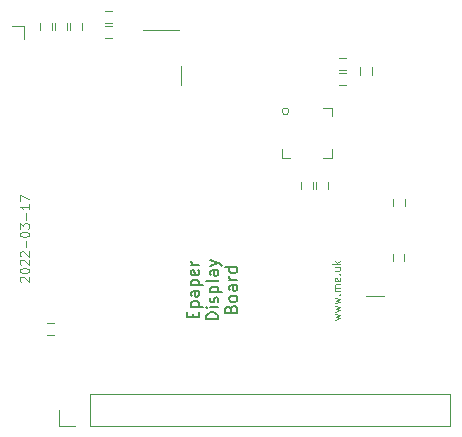
<source format=gbr>
%TF.GenerationSoftware,KiCad,Pcbnew,(6.0.2-0)*%
%TF.CreationDate,2022-03-18T09:48:19+00:00*%
%TF.ProjectId,Epaper213,45706170-6572-4323-9133-2e6b69636164,1*%
%TF.SameCoordinates,Original*%
%TF.FileFunction,Legend,Top*%
%TF.FilePolarity,Positive*%
%FSLAX46Y46*%
G04 Gerber Fmt 4.6, Leading zero omitted, Abs format (unit mm)*
G04 Created by KiCad (PCBNEW (6.0.2-0)) date 2022-03-18 09:48:19*
%MOMM*%
%LPD*%
G01*
G04 APERTURE LIST*
%ADD10C,0.150000*%
%ADD11C,0.100000*%
%ADD12C,0.120000*%
G04 APERTURE END LIST*
D10*
X145892571Y-93749523D02*
X145892571Y-93416190D01*
X146416380Y-93273333D02*
X146416380Y-93749523D01*
X145416380Y-93749523D01*
X145416380Y-93273333D01*
X145749714Y-92844761D02*
X146749714Y-92844761D01*
X145797333Y-92844761D02*
X145749714Y-92749523D01*
X145749714Y-92559047D01*
X145797333Y-92463809D01*
X145844952Y-92416190D01*
X145940190Y-92368571D01*
X146225904Y-92368571D01*
X146321142Y-92416190D01*
X146368761Y-92463809D01*
X146416380Y-92559047D01*
X146416380Y-92749523D01*
X146368761Y-92844761D01*
X146416380Y-91511428D02*
X145892571Y-91511428D01*
X145797333Y-91559047D01*
X145749714Y-91654285D01*
X145749714Y-91844761D01*
X145797333Y-91940000D01*
X146368761Y-91511428D02*
X146416380Y-91606666D01*
X146416380Y-91844761D01*
X146368761Y-91940000D01*
X146273523Y-91987619D01*
X146178285Y-91987619D01*
X146083047Y-91940000D01*
X146035428Y-91844761D01*
X146035428Y-91606666D01*
X145987809Y-91511428D01*
X145749714Y-91035238D02*
X146749714Y-91035238D01*
X145797333Y-91035238D02*
X145749714Y-90940000D01*
X145749714Y-90749523D01*
X145797333Y-90654285D01*
X145844952Y-90606666D01*
X145940190Y-90559047D01*
X146225904Y-90559047D01*
X146321142Y-90606666D01*
X146368761Y-90654285D01*
X146416380Y-90749523D01*
X146416380Y-90940000D01*
X146368761Y-91035238D01*
X146368761Y-89749523D02*
X146416380Y-89844761D01*
X146416380Y-90035238D01*
X146368761Y-90130476D01*
X146273523Y-90178095D01*
X145892571Y-90178095D01*
X145797333Y-90130476D01*
X145749714Y-90035238D01*
X145749714Y-89844761D01*
X145797333Y-89749523D01*
X145892571Y-89701904D01*
X145987809Y-89701904D01*
X146083047Y-90178095D01*
X146416380Y-89273333D02*
X145749714Y-89273333D01*
X145940190Y-89273333D02*
X145844952Y-89225714D01*
X145797333Y-89178095D01*
X145749714Y-89082857D01*
X145749714Y-88987619D01*
X148026380Y-93892380D02*
X147026380Y-93892380D01*
X147026380Y-93654285D01*
X147074000Y-93511428D01*
X147169238Y-93416190D01*
X147264476Y-93368571D01*
X147454952Y-93320952D01*
X147597809Y-93320952D01*
X147788285Y-93368571D01*
X147883523Y-93416190D01*
X147978761Y-93511428D01*
X148026380Y-93654285D01*
X148026380Y-93892380D01*
X148026380Y-92892380D02*
X147359714Y-92892380D01*
X147026380Y-92892380D02*
X147074000Y-92940000D01*
X147121619Y-92892380D01*
X147074000Y-92844761D01*
X147026380Y-92892380D01*
X147121619Y-92892380D01*
X147978761Y-92463809D02*
X148026380Y-92368571D01*
X148026380Y-92178095D01*
X147978761Y-92082857D01*
X147883523Y-92035238D01*
X147835904Y-92035238D01*
X147740666Y-92082857D01*
X147693047Y-92178095D01*
X147693047Y-92320952D01*
X147645428Y-92416190D01*
X147550190Y-92463809D01*
X147502571Y-92463809D01*
X147407333Y-92416190D01*
X147359714Y-92320952D01*
X147359714Y-92178095D01*
X147407333Y-92082857D01*
X147359714Y-91606666D02*
X148359714Y-91606666D01*
X147407333Y-91606666D02*
X147359714Y-91511428D01*
X147359714Y-91320952D01*
X147407333Y-91225714D01*
X147454952Y-91178095D01*
X147550190Y-91130476D01*
X147835904Y-91130476D01*
X147931142Y-91178095D01*
X147978761Y-91225714D01*
X148026380Y-91320952D01*
X148026380Y-91511428D01*
X147978761Y-91606666D01*
X148026380Y-90559047D02*
X147978761Y-90654285D01*
X147883523Y-90701904D01*
X147026380Y-90701904D01*
X148026380Y-89749523D02*
X147502571Y-89749523D01*
X147407333Y-89797142D01*
X147359714Y-89892380D01*
X147359714Y-90082857D01*
X147407333Y-90178095D01*
X147978761Y-89749523D02*
X148026380Y-89844761D01*
X148026380Y-90082857D01*
X147978761Y-90178095D01*
X147883523Y-90225714D01*
X147788285Y-90225714D01*
X147693047Y-90178095D01*
X147645428Y-90082857D01*
X147645428Y-89844761D01*
X147597809Y-89749523D01*
X147359714Y-89368571D02*
X148026380Y-89130476D01*
X147359714Y-88892380D02*
X148026380Y-89130476D01*
X148264476Y-89225714D01*
X148312095Y-89273333D01*
X148359714Y-89368571D01*
X149112571Y-93035238D02*
X149160190Y-92892380D01*
X149207809Y-92844761D01*
X149303047Y-92797142D01*
X149445904Y-92797142D01*
X149541142Y-92844761D01*
X149588761Y-92892380D01*
X149636380Y-92987619D01*
X149636380Y-93368571D01*
X148636380Y-93368571D01*
X148636380Y-93035238D01*
X148684000Y-92940000D01*
X148731619Y-92892380D01*
X148826857Y-92844761D01*
X148922095Y-92844761D01*
X149017333Y-92892380D01*
X149064952Y-92940000D01*
X149112571Y-93035238D01*
X149112571Y-93368571D01*
X149636380Y-92225714D02*
X149588761Y-92320952D01*
X149541142Y-92368571D01*
X149445904Y-92416190D01*
X149160190Y-92416190D01*
X149064952Y-92368571D01*
X149017333Y-92320952D01*
X148969714Y-92225714D01*
X148969714Y-92082857D01*
X149017333Y-91987619D01*
X149064952Y-91940000D01*
X149160190Y-91892380D01*
X149445904Y-91892380D01*
X149541142Y-91940000D01*
X149588761Y-91987619D01*
X149636380Y-92082857D01*
X149636380Y-92225714D01*
X149636380Y-91035238D02*
X149112571Y-91035238D01*
X149017333Y-91082857D01*
X148969714Y-91178095D01*
X148969714Y-91368571D01*
X149017333Y-91463809D01*
X149588761Y-91035238D02*
X149636380Y-91130476D01*
X149636380Y-91368571D01*
X149588761Y-91463809D01*
X149493523Y-91511428D01*
X149398285Y-91511428D01*
X149303047Y-91463809D01*
X149255428Y-91368571D01*
X149255428Y-91130476D01*
X149207809Y-91035238D01*
X149636380Y-90559047D02*
X148969714Y-90559047D01*
X149160190Y-90559047D02*
X149064952Y-90511428D01*
X149017333Y-90463809D01*
X148969714Y-90368571D01*
X148969714Y-90273333D01*
X149636380Y-89511428D02*
X148636380Y-89511428D01*
X149588761Y-89511428D02*
X149636380Y-89606666D01*
X149636380Y-89797142D01*
X149588761Y-89892380D01*
X149541142Y-89940000D01*
X149445904Y-89987619D01*
X149160190Y-89987619D01*
X149064952Y-89940000D01*
X149017333Y-89892380D01*
X148969714Y-89797142D01*
X148969714Y-89606666D01*
X149017333Y-89511428D01*
D11*
%TO.C,Logo1*%
X157921714Y-93927142D02*
X158355047Y-93803333D01*
X158045523Y-93679523D01*
X158355047Y-93555714D01*
X157921714Y-93431904D01*
X157921714Y-93246190D02*
X158355047Y-93122380D01*
X158045523Y-92998571D01*
X158355047Y-92874761D01*
X157921714Y-92750952D01*
X157921714Y-92565238D02*
X158355047Y-92441428D01*
X158045523Y-92317619D01*
X158355047Y-92193809D01*
X157921714Y-92070000D01*
X158293142Y-91822380D02*
X158324095Y-91791428D01*
X158355047Y-91822380D01*
X158324095Y-91853333D01*
X158293142Y-91822380D01*
X158355047Y-91822380D01*
X158355047Y-91512857D02*
X157921714Y-91512857D01*
X157983619Y-91512857D02*
X157952666Y-91481904D01*
X157921714Y-91420000D01*
X157921714Y-91327142D01*
X157952666Y-91265238D01*
X158014571Y-91234285D01*
X158355047Y-91234285D01*
X158014571Y-91234285D02*
X157952666Y-91203333D01*
X157921714Y-91141428D01*
X157921714Y-91048571D01*
X157952666Y-90986666D01*
X158014571Y-90955714D01*
X158355047Y-90955714D01*
X158324095Y-90398571D02*
X158355047Y-90460476D01*
X158355047Y-90584285D01*
X158324095Y-90646190D01*
X158262190Y-90677142D01*
X158014571Y-90677142D01*
X157952666Y-90646190D01*
X157921714Y-90584285D01*
X157921714Y-90460476D01*
X157952666Y-90398571D01*
X158014571Y-90367619D01*
X158076476Y-90367619D01*
X158138380Y-90677142D01*
X158293142Y-90089047D02*
X158324095Y-90058095D01*
X158355047Y-90089047D01*
X158324095Y-90120000D01*
X158293142Y-90089047D01*
X158355047Y-90089047D01*
X157921714Y-89500952D02*
X158355047Y-89500952D01*
X157921714Y-89779523D02*
X158262190Y-89779523D01*
X158324095Y-89748571D01*
X158355047Y-89686666D01*
X158355047Y-89593809D01*
X158324095Y-89531904D01*
X158293142Y-89500952D01*
X158355047Y-89191428D02*
X157705047Y-89191428D01*
X158107428Y-89129523D02*
X158355047Y-88943809D01*
X157921714Y-88943809D02*
X158169333Y-89191428D01*
%TO.C,U3*%
X131333964Y-90712857D02*
X131298250Y-90677142D01*
X131262535Y-90605714D01*
X131262535Y-90427142D01*
X131298250Y-90355714D01*
X131333964Y-90320000D01*
X131405392Y-90284285D01*
X131476821Y-90284285D01*
X131583964Y-90320000D01*
X132012535Y-90748571D01*
X132012535Y-90284285D01*
X131262535Y-89820000D02*
X131262535Y-89748571D01*
X131298250Y-89677142D01*
X131333964Y-89641428D01*
X131405392Y-89605714D01*
X131548250Y-89570000D01*
X131726821Y-89570000D01*
X131869678Y-89605714D01*
X131941107Y-89641428D01*
X131976821Y-89677142D01*
X132012535Y-89748571D01*
X132012535Y-89820000D01*
X131976821Y-89891428D01*
X131941107Y-89927142D01*
X131869678Y-89962857D01*
X131726821Y-89998571D01*
X131548250Y-89998571D01*
X131405392Y-89962857D01*
X131333964Y-89927142D01*
X131298250Y-89891428D01*
X131262535Y-89820000D01*
X131333964Y-89284285D02*
X131298250Y-89248571D01*
X131262535Y-89177142D01*
X131262535Y-88998571D01*
X131298250Y-88927142D01*
X131333964Y-88891428D01*
X131405392Y-88855714D01*
X131476821Y-88855714D01*
X131583964Y-88891428D01*
X132012535Y-89320000D01*
X132012535Y-88855714D01*
X131333964Y-88570000D02*
X131298250Y-88534285D01*
X131262535Y-88462857D01*
X131262535Y-88284285D01*
X131298250Y-88212857D01*
X131333964Y-88177142D01*
X131405392Y-88141428D01*
X131476821Y-88141428D01*
X131583964Y-88177142D01*
X132012535Y-88605714D01*
X132012535Y-88141428D01*
X131726821Y-87820000D02*
X131726821Y-87248571D01*
X131262535Y-86748571D02*
X131262535Y-86677142D01*
X131298250Y-86605714D01*
X131333964Y-86570000D01*
X131405392Y-86534285D01*
X131548250Y-86498571D01*
X131726821Y-86498571D01*
X131869678Y-86534285D01*
X131941107Y-86570000D01*
X131976821Y-86605714D01*
X132012535Y-86677142D01*
X132012535Y-86748571D01*
X131976821Y-86820000D01*
X131941107Y-86855714D01*
X131869678Y-86891428D01*
X131726821Y-86927142D01*
X131548250Y-86927142D01*
X131405392Y-86891428D01*
X131333964Y-86855714D01*
X131298250Y-86820000D01*
X131262535Y-86748571D01*
X131262535Y-86248571D02*
X131262535Y-85784285D01*
X131548250Y-86034285D01*
X131548250Y-85927142D01*
X131583964Y-85855714D01*
X131619678Y-85820000D01*
X131691107Y-85784285D01*
X131869678Y-85784285D01*
X131941107Y-85820000D01*
X131976821Y-85855714D01*
X132012535Y-85927142D01*
X132012535Y-86141428D01*
X131976821Y-86212857D01*
X131941107Y-86248571D01*
X131726821Y-85462857D02*
X131726821Y-84891428D01*
X132012535Y-84141428D02*
X132012535Y-84570000D01*
X132012535Y-84355714D02*
X131262535Y-84355714D01*
X131369678Y-84427142D01*
X131441107Y-84498571D01*
X131476821Y-84570000D01*
X131262535Y-83891428D02*
X131262535Y-83391428D01*
X132012535Y-83712857D01*
D12*
%TO.C,U2*%
X157645000Y-75995000D02*
X157645000Y-76720000D01*
X153425000Y-80215000D02*
X153425000Y-79490000D01*
X156920000Y-75995000D02*
X157645000Y-75995000D01*
X154150000Y-80215000D02*
X153425000Y-80215000D01*
X156920000Y-80215000D02*
X157645000Y-80215000D01*
X157645000Y-80215000D02*
X157645000Y-79490000D01*
X154017843Y-76305000D02*
G75*
G03*
X154017843Y-76305000I-282843J0D01*
G01*
%TO.C,C4*%
X161028000Y-72585000D02*
X161028000Y-73185000D01*
X160028000Y-72585000D02*
X160028000Y-73185000D01*
%TO.C,R7*%
X158883000Y-73030000D02*
X158283000Y-73030000D01*
X158883000Y-74030000D02*
X158283000Y-74030000D01*
%TO.C,U1*%
X141640000Y-69445000D02*
X144740000Y-69445000D01*
X144915000Y-72495000D02*
X144915000Y-74095000D01*
%TO.C,R11*%
X132960000Y-68788000D02*
X132960000Y-69388000D01*
X133960000Y-68788000D02*
X133960000Y-69388000D01*
%TO.C,R9*%
X133558000Y-94242000D02*
X134158000Y-94242000D01*
X133558000Y-95242000D02*
X134158000Y-95242000D01*
%TO.C,R1*%
X139031000Y-67826000D02*
X138431000Y-67826000D01*
X139031000Y-68826000D02*
X138431000Y-68826000D01*
%TO.C,R6*%
X155035000Y-82850000D02*
X155035000Y-82250000D01*
X156035000Y-82850000D02*
X156035000Y-82250000D01*
%TO.C,D2*%
X160540000Y-91940000D02*
X162040000Y-91940000D01*
%TO.C,R10*%
X134230000Y-68788000D02*
X134230000Y-69388000D01*
X135230000Y-68788000D02*
X135230000Y-69388000D01*
%TO.C,R8*%
X158283000Y-71760000D02*
X158883000Y-71760000D01*
X158283000Y-72760000D02*
X158883000Y-72760000D01*
%TO.C,R4*%
X162822000Y-84300000D02*
X162822000Y-83700000D01*
X163822000Y-84300000D02*
X163822000Y-83700000D01*
%TO.C,R3*%
X162800000Y-88400000D02*
X162800000Y-89000000D01*
X163800000Y-88400000D02*
X163800000Y-89000000D01*
%TO.C,R12*%
X136500000Y-68788000D02*
X136500000Y-69388000D01*
X135500000Y-68788000D02*
X135500000Y-69388000D01*
%TO.C,M1*%
X137160000Y-102930000D02*
X167700000Y-102930000D01*
X137160000Y-102930000D02*
X137160000Y-100270000D01*
X134560000Y-102930000D02*
X134560000Y-101600000D01*
X137160000Y-100270000D02*
X167700000Y-100270000D01*
X135890000Y-102930000D02*
X134560000Y-102930000D01*
X167700000Y-102930000D02*
X167700000Y-100270000D01*
%TO.C,D3*%
X131555000Y-70188000D02*
X131555000Y-69088000D01*
X131555000Y-69088000D02*
X130555000Y-69088000D01*
%TO.C,R2*%
X138431000Y-69096000D02*
X139031000Y-69096000D01*
X138431000Y-70096000D02*
X139031000Y-70096000D01*
%TO.C,R5*%
X157305000Y-82850000D02*
X157305000Y-82250000D01*
X156305000Y-82850000D02*
X156305000Y-82250000D01*
%TD*%
M02*

</source>
